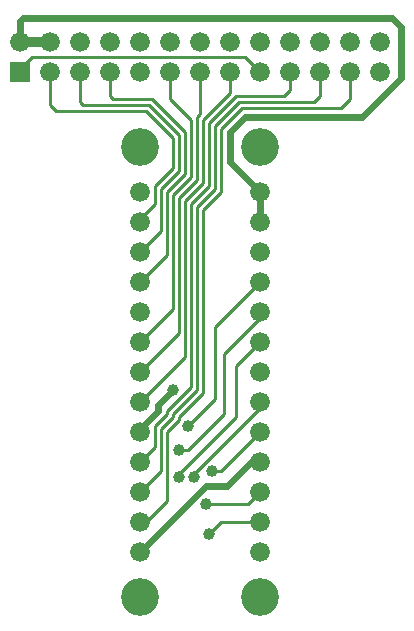
<source format=gbr>
G04 EAGLE Gerber RS-274X export*
G75*
%MOMM*%
%FSLAX34Y34*%
%LPD*%
%INTop Copper*%
%IPPOS*%
%AMOC8*
5,1,8,0,0,1.08239X$1,22.5*%
G01*
%ADD10R,1.676400X1.676400*%
%ADD11C,1.676400*%
%ADD12C,3.200000*%
%ADD13C,1.008000*%
%ADD14C,0.609600*%
%ADD15C,0.254000*%
%ADD16C,0.812800*%


D10*
X-152400Y254000D03*
D11*
X-152400Y279400D03*
X-127000Y254000D03*
X-127000Y279400D03*
X-101600Y254000D03*
X-101600Y279400D03*
X-76200Y254000D03*
X-76200Y279400D03*
X-50800Y254000D03*
X-50800Y279400D03*
X-25400Y254000D03*
X-25400Y279400D03*
X0Y254000D03*
X0Y279400D03*
X25400Y254000D03*
X25400Y279400D03*
X50800Y254000D03*
X50800Y279400D03*
X76200Y254000D03*
X76200Y279400D03*
X101600Y254000D03*
X101600Y279400D03*
X127000Y254000D03*
X127000Y279400D03*
X152400Y254000D03*
X152400Y279400D03*
X50800Y152400D03*
X50800Y127000D03*
X50800Y101600D03*
X50800Y76200D03*
X50800Y50800D03*
X50800Y25400D03*
X50800Y0D03*
X50800Y-25400D03*
X50800Y-50800D03*
X50800Y-76200D03*
X50800Y-101600D03*
X50800Y-127000D03*
X50800Y-152400D03*
X-50800Y152400D03*
X-50800Y127000D03*
X-50800Y101600D03*
X-50800Y76200D03*
X-50800Y50800D03*
X-50800Y25400D03*
X-50800Y0D03*
X-50800Y-25400D03*
X-50800Y-50800D03*
X-50800Y-76200D03*
X-50800Y-101600D03*
X-50800Y-127000D03*
X-50800Y-152400D03*
D12*
X-50800Y190500D03*
X50800Y190500D03*
X50800Y-190500D03*
X-50800Y-190500D03*
D13*
X-22860Y-15240D03*
D14*
X-35560Y-27940D01*
X-35560Y-33020D01*
X-50800Y-48260D01*
X-50800Y-50800D01*
D15*
X50800Y254000D02*
X38100Y266700D01*
X-142240Y266700D01*
X-152400Y256540D01*
X-152400Y254000D01*
X-127000Y254000D02*
X-127000Y226060D01*
X-121920Y220980D01*
X-45720Y220980D01*
X-50800Y129540D02*
X-50800Y127000D01*
X-50800Y129540D02*
X-38100Y142240D01*
X-38100Y157480D01*
X-22860Y172720D01*
X-22860Y198120D01*
X-45720Y220980D01*
X-101600Y228600D02*
X-101600Y254000D01*
X-101600Y228600D02*
X-99060Y226060D01*
X-43180Y226060D01*
X-17780Y200660D01*
X-33020Y119380D02*
X-50800Y101600D01*
X-33020Y119380D02*
X-33020Y154940D01*
X-17780Y170180D01*
X-17780Y200660D01*
X-76200Y233680D02*
X-76200Y254000D01*
X-76200Y233680D02*
X-73660Y231140D01*
X-40640Y231140D01*
X-12700Y203200D01*
X-27940Y99060D02*
X-50800Y76200D01*
X-27940Y99060D02*
X-27940Y152400D01*
X-12700Y167640D01*
X-12700Y203200D01*
X-25400Y231140D02*
X-25400Y254000D01*
X-22860Y53340D02*
X-50800Y25400D01*
X-22860Y53340D02*
X-22860Y149860D01*
X-7620Y165100D01*
X-7620Y213360D01*
X-25400Y231140D01*
X0Y218440D02*
X0Y254000D01*
X0Y218440D02*
X-2540Y215900D01*
X-2540Y162560D01*
X-17780Y147320D01*
X-17780Y33020D01*
X-50800Y0D01*
X25400Y236220D02*
X25400Y254000D01*
X25400Y236220D02*
X2540Y213360D01*
X2540Y160020D01*
X-12700Y144780D01*
X-12700Y12700D02*
X-50800Y-25400D01*
X-12700Y12700D02*
X-12700Y144780D01*
X76200Y238760D02*
X76200Y254000D01*
X76200Y238760D02*
X71120Y233680D01*
X30480Y233680D01*
X7620Y210820D01*
X7620Y157480D01*
X-7620Y142240D01*
X-7620Y-12700D01*
X-27940Y-33020D01*
X-27940Y-35560D02*
X-38100Y-45720D01*
X-38100Y-63500D01*
X-50800Y-76200D01*
X-27940Y-35560D02*
X-27940Y-33020D01*
X101600Y233680D02*
X101600Y254000D01*
X101600Y233680D02*
X96520Y228600D01*
X33020Y228600D01*
X12700Y208280D01*
X12700Y154940D01*
X-2540Y139700D01*
X-33020Y-83820D02*
X-50800Y-101600D01*
X-33020Y-83820D02*
X-33020Y-48260D01*
X-22860Y-38100D01*
X-22860Y-35560D02*
X-2540Y-15240D01*
X-2540Y139700D01*
X-22860Y-35560D02*
X-22860Y-38100D01*
X127000Y231140D02*
X127000Y254000D01*
X127000Y231140D02*
X119380Y223520D01*
X35560Y223520D01*
X17780Y205740D01*
X17780Y152400D01*
X2540Y137160D01*
X2540Y-17780D01*
X-17780Y-38100D01*
X-17780Y-40640D01*
X-45720Y-127000D02*
X-50800Y-127000D01*
X-27940Y-50800D02*
X-17780Y-40640D01*
X-27940Y-50800D02*
X-27940Y-109220D01*
X-45720Y-127000D01*
D14*
X-152400Y279400D02*
X-152400Y297180D01*
X-149860Y299720D01*
X162560Y299720D01*
X170180Y292100D01*
X50800Y152400D02*
X50800Y127000D01*
X170180Y248920D02*
X170180Y292100D01*
X170180Y248920D02*
X137160Y215900D01*
X38100Y215900D01*
X25400Y203200D01*
X25400Y177800D01*
X50800Y152400D01*
D16*
X-127000Y279400D02*
X-152400Y279400D01*
D14*
X5080Y-96520D02*
X-50800Y-152400D01*
X5080Y-96520D02*
X22860Y-96520D01*
X43180Y-76200D01*
X50800Y-76200D01*
D13*
X-10160Y-45720D03*
D15*
X12700Y-22860D01*
X12700Y38100D01*
X50800Y76200D01*
D13*
X-17780Y-66040D03*
D15*
X-10160Y-66040D01*
X20320Y-35560D01*
X20320Y15240D01*
X50800Y45720D01*
X50800Y50800D01*
D13*
X-17780Y-88900D03*
D15*
X-17780Y-86360D01*
X30480Y-38100D01*
X30480Y5080D01*
X50800Y25400D01*
D13*
X-5080Y-88900D03*
D15*
X-5080Y-86360D01*
X50800Y-30480D01*
X50800Y-25400D01*
D13*
X10160Y-83820D03*
D15*
X17780Y-83820D01*
X50800Y-50800D01*
D13*
X5080Y-111760D03*
D15*
X40640Y-111760D01*
X50800Y-101600D01*
D13*
X7620Y-137160D03*
D15*
X17780Y-127000D01*
X50800Y-127000D01*
M02*

</source>
